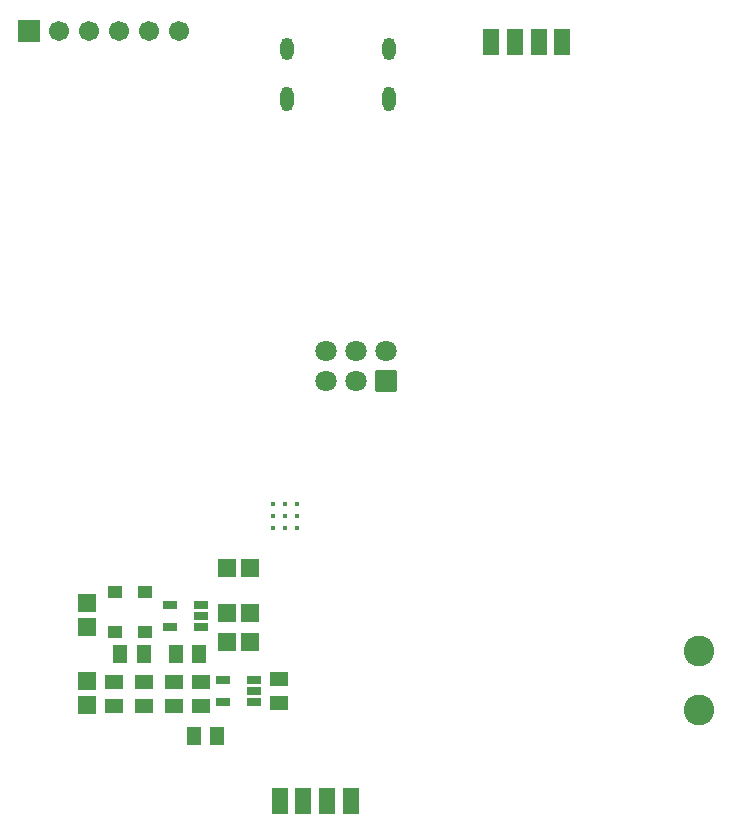
<source format=gbs>
G04 Layer: BottomSolderMaskLayer*
G04 EasyEDA v6.5.51, 2025-09-17 03:24:35*
G04 4f8a5b0b326d43f2b3a6dc604e954ae0,d57bd40a603b42be9e37e0d49851eb9c,10*
G04 Gerber Generator version 0.2*
G04 Scale: 100 percent, Rotated: No, Reflected: No *
G04 Dimensions in millimeters *
G04 leading zeros omitted , absolute positions ,4 integer and 5 decimal *
%FSLAX45Y45*%
%MOMM*%

%AMMACRO1*4,1,8,-0.8709,-0.9007,-0.9007,-0.8709,-0.9007,0.8709,-0.8709,0.9007,0.8709,0.9007,0.9007,0.8709,0.9007,-0.8709,0.8709,-0.9007,-0.8709,-0.9007,0*%
%AMMACRO2*4,1,8,-0.6961,-0.7558,-0.7258,-0.726,-0.7258,0.7261,-0.6961,0.7558,0.696,0.7558,0.7258,0.7261,0.7258,-0.726,0.696,-0.7558,-0.6961,-0.7558,0*%
%AMMACRO3*4,1,8,-0.7261,-0.7258,-0.7558,-0.696,-0.7558,0.6961,-0.7261,0.7258,0.726,0.7258,0.7558,0.6961,0.7558,-0.696,0.726,-0.7258,-0.7261,-0.7258,0*%
%AMMACRO4*4,1,8,-0.5961,-0.5258,-0.6258,-0.496,-0.6258,0.4961,-0.5961,0.5258,0.596,0.5258,0.6258,0.4961,0.6258,-0.496,0.596,-0.5258,-0.5961,-0.5258,0*%
%AMMACRO5*4,1,8,-0.7095,-0.6171,-0.7393,-0.5873,-0.7393,0.5873,-0.7095,0.6171,0.7095,0.6171,0.7393,0.5873,0.7393,-0.5873,0.7095,-0.6171,-0.7095,-0.6171,0*%
%AMMACRO6*4,1,8,-0.5873,-0.7393,-0.6171,-0.7095,-0.6171,0.7095,-0.5873,0.7393,0.5873,0.7393,0.6171,0.7095,0.6171,-0.7095,0.5873,-0.7393,-0.5873,-0.7393,0*%
%AMMACRO7*4,1,8,-0.5711,-0.3508,-0.6008,-0.321,-0.6008,0.3211,-0.5711,0.3508,0.571,0.3508,0.6008,0.3211,0.6008,-0.321,0.571,-0.3508,-0.5711,-0.3508,0*%
%AMMACRO8*4,1,8,-0.9211,-0.9508,-0.9508,-0.921,-0.9508,0.9211,-0.9211,0.9508,0.921,0.9508,0.9508,0.9211,0.9508,-0.921,0.921,-0.9508,-0.9211,-0.9508,0*%
%AMMACRO9*4,1,8,-0.6205,-1.1303,-0.6502,-1.1005,-0.6502,1.1006,-0.6205,1.1303,0.6205,1.1303,0.6502,1.1006,0.6502,-1.1005,0.6205,-1.1303,-0.6205,-1.1303,0*%
%ADD10C,1.8016*%
%ADD11MACRO1*%
%ADD12C,0.3896*%
%ADD13MACRO2*%
%ADD14MACRO3*%
%ADD15C,0.0126*%
%ADD16MACRO4*%
%ADD17MACRO5*%
%ADD18MACRO6*%
%ADD19MACRO7*%
%ADD20C,2.6016*%
%ADD21C,1.7016*%
%ADD22MACRO8*%
%ADD23MACRO9*%
%ADD24O,1.101598X2.101596*%
%ADD25O,1.101598X1.901596*%

%LPD*%
D10*
G01*
X3517900Y-2895600D03*
G01*
X3517900Y-3149600D03*
G01*
X3771900Y-2895600D03*
G01*
X3771900Y-3149600D03*
G01*
X4025900Y-2895600D03*
D11*
G01*
X4025900Y-3149600D03*
D12*
G01*
X3075000Y-4392599D03*
G01*
X3175000Y-4392599D03*
G01*
X3274999Y-4392599D03*
G01*
X3075000Y-4292600D03*
G01*
X3175000Y-4292600D03*
G01*
X3274999Y-4292600D03*
G01*
X3075000Y-4192600D03*
G01*
X3175000Y-4192600D03*
G01*
X3274999Y-4192600D03*
D13*
G01*
X1495790Y-5030431D03*
G01*
X1495790Y-5230436D03*
G01*
X1495790Y-5690831D03*
G01*
X1495790Y-5890836D03*
D14*
G01*
X2678488Y-5117734D03*
G01*
X2878493Y-5117734D03*
G01*
X2681297Y-4737100D03*
G01*
X2881302Y-4737100D03*
G01*
X2678488Y-5359034D03*
G01*
X2878493Y-5359034D03*
D16*
G01*
X1737090Y-4935794D03*
G01*
X1737090Y-5274274D03*
G01*
X1991090Y-5274274D03*
G01*
X1991090Y-4935794D03*
D17*
G01*
X2232390Y-5903539D03*
G01*
X2232390Y-5703529D03*
G01*
X3121390Y-5878139D03*
G01*
X3121390Y-5678129D03*
G01*
X2460990Y-5703529D03*
G01*
X2460990Y-5903539D03*
G01*
X1978390Y-5903539D03*
G01*
X1978390Y-5703529D03*
G01*
X1724390Y-5703529D03*
G01*
X1724390Y-5903539D03*
D18*
G01*
X2399085Y-6159134D03*
G01*
X2599095Y-6159134D03*
G01*
X2446695Y-5460634D03*
G01*
X2246685Y-5460634D03*
G01*
X1976795Y-5460634D03*
G01*
X1776785Y-5460634D03*
D19*
G01*
X2648479Y-5683138D03*
G01*
X2648479Y-5873130D03*
G01*
X2908501Y-5873130D03*
G01*
X2908501Y-5778134D03*
G01*
X2908501Y-5683138D03*
G01*
X2203979Y-5048138D03*
G01*
X2203979Y-5238130D03*
G01*
X2464001Y-5238130D03*
G01*
X2464001Y-5143134D03*
G01*
X2464001Y-5048138D03*
D20*
G01*
X6680200Y-5439613D03*
G01*
X6680200Y-5939612D03*
D21*
G01*
X2273300Y-190500D03*
G01*
X2019300Y-190500D03*
G01*
X1765300Y-190500D03*
G01*
X1511300Y-190500D03*
G01*
X1257300Y-190500D03*
D22*
G01*
X1003300Y-190500D03*
D23*
G01*
X3129280Y-6705600D03*
G01*
X3329939Y-6705600D03*
G01*
X3530600Y-6705600D03*
G01*
X3728719Y-6705600D03*
G01*
X4919980Y-279400D03*
G01*
X5120639Y-279400D03*
G01*
X5321300Y-279400D03*
G01*
X5519419Y-279400D03*
D24*
G01*
X4057218Y-760069D03*
G01*
X3193211Y-760095D03*
D25*
G01*
X3193211Y-340080D03*
G01*
X4057218Y-340080D03*
M02*

</source>
